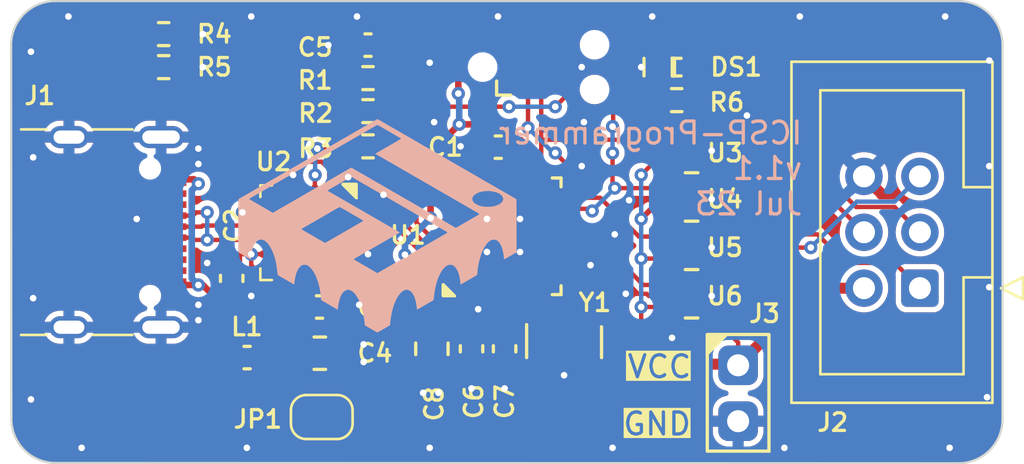
<source format=kicad_pcb>
(kicad_pcb (version 20221018) (generator pcbnew)
  (layers (0 "F.Cu" signal) (31 "B.Cu" signal) (34 "B.Paste" user) (35 "F.Paste" user) (36 "B.SilkS" user "B.Silkscreen") (37 "F.SilkS" user "F.Silkscreen") (38 "B.Mask" user) (39 "F.Mask" user) (44 "Edge.Cuts" user))
  (net 0 "")
  (net 1 "+5V")
  (net 2 "GND")
  (net 3 "+3.3V")
  (net 4 "/MCU/ICSP_NRST")
  (net 5 "Net-(DS1-A)")
  (net 6 "Net-(J1-VBUS-PadA4)")
  (net 7 "Net-(J1-CC1)")
  (net 8 "/USB/USB_DP")
  (net 9 "/USB/USB_DM")
  (net 11 "Net-(J1-CC2)")
  (net 13 "/Target/TARGET_MISO")
  (net 14 "/Target/TARGET_VCC")
  (net 15 "/Target/TARGET_SCK")
  (net 16 "/Target/TARGET_MOSI")
  (net 17 "/Target/TARGET_NRST")
  (net 18 "/MCU/ICSP_MISO")
  (net 19 "/MCU/ICSP_SCK")
  (net 20 "/MCU/ICSP_MOSI")
  (net 21 "Net-(U2-TXD)")
  (net 22 "/MCU/RX")
  (net 23 "/MCU/TX")
  (net 24 "Net-(U2-RXD)")
  (net 27 "Net-(U1-PB7{slash}XTAL1)")
  (net 28 "Net-(U1-PB7{slash}XTAL2)")
  (net 34 "/MCU/TARGET_NRST")
  (footprint "J_Connector:Pins-2.54-1x2" (layer "F.Cu") (at 133 118.55)
    (fp_text reference "J3")
    (fp_text value "Pins_2.54_1x2" hide)
  )
  (footprint "U_IC:SOT563" (layer "F.Cu") (at 130.2 111 180)
    (fp_text reference "U4")
    (fp_text value "74LVC1T45Z6" hide)
  )
  (footprint "L_Inductor:FB_0603" (layer "F.Cu") (at 110.7125 118.2)
    (fp_text reference "L1")
    (fp_text value "600R" hide)
  )
  (footprint "C_Capacitor:C_0603" (layer "F.Cu") (at 120.9 117.8 -90)
    (fp_text reference "C6")
    (fp_text value "100n" hide)
  )
  (footprint "C_Capacitor:C_0805" (layer "F.Cu") (at 114.0125 118)
    (fp_text reference "C4")
    (fp_text value "10u" hide)
  )
  (footprint "U_IC:SOT563" (layer "F.Cu") (at 130.2 115.4 180)
    (fp_text reference "U6")
    (fp_text value "74LVC1T45Z6" hide)
  )
  (footprint "R_Resistor:R_0603" (layer "F.Cu") (at 106.925 105)
    (fp_text reference "R5")
    (fp_text value "5K1" hide)
  )
  (footprint "C_Capacitor:C_0603" (layer "F.Cu") (at 114 115.9)
    (fp_text reference "C3")
    (fp_text value "100n" hide)
  )
  (footprint "U_IC:SOT563" (layer "F.Cu") (at 130.2 108.8 180)
    (fp_text reference "U3")
    (fp_text value "74LVC1T45Z6" hide)
  )
  (footprint "N_NonPart:TagConnect_TC2030_NL" (layer "F.Cu") (at 123.9425 105)
    (fp_text reference "N1" hide)
    (fp_text value "TC2030_NL_SWD" hide)
  )
  (footprint "C_Capacitor:C_0603" (layer "F.Cu") (at 122.4 117.8 -90)
    (fp_text reference "C7")
    (fp_text value "100n" hide)
  )
  (footprint "R_Resistor:R_0603" (layer "F.Cu") (at 116.2 105.5)
    (fp_text reference "R1")
    (fp_text value "10K" hide)
  )
  (footprint "R_Resistor:R_0603" (layer "F.Cu") (at 130.2125 106.5)
    (fp_text reference "R6")
    (fp_text value "470R" hide)
  )
  (footprint "C_Capacitor:C_0805" (layer "F.Cu") (at 119.1 117.8 -90)
    (fp_text reference "C8")
    (fp_text value "10u" hide)
  )
  (footprint "DS_LED:DS_0603" (layer "F.Cu") (at 130.2125 105)
    (fp_text reference "DS1")
    (fp_text value "LED_GRN" hide)
  )
  (footprint "Jumper:SolderJumper-2_P1.3mm_Open_RoundedPad1.0x1.5mm" (layer "F.Cu") (at 114.1 120.9)
    (fp_text reference "JP1")
    (fp_text value "SolderJumper2" hide)
  )
  (footprint "U_IC:QFN32_05_5x5_EP" (layer "F.Cu") (at 122.3125 112.6875 90)
    (fp_text reference "U1")
    (fp_text value "ATMEGA8A-MU" hide)
  )
  (footprint "C_Capacitor:C_0603" (layer "F.Cu") (at 116.2 104 180)
    (fp_text reference "C5")
    (fp_text value "100n" hide)
  )
  (footprint "J_Connector:USB_C_USB4105-GF-A-060" (layer "F.Cu") (at 103.7 112.5 -90)
    (fp_text reference "J1")
    (fp_text value "USB4105-GF-A-060" hide)
  )
  (footprint "C_Capacitor:C_0603" (layer "F.Cu") (at 110.0125 114.6 -90)
    (fp_text reference "C2")
    (fp_text value "100n" hide)
  )
  (footprint "R_Resistor:R_0603" (layer "F.Cu") (at 116.2 108.6 180)
    (fp_text reference "R3")
    (fp_text value "1K" hide)
  )
  (footprint "C_Capacitor:C_0603" (layer "F.Cu") (at 122.1125 108.6375 180)
    (fp_text reference "C1")
    (fp_text value "100n" hide)
  )
  (footprint "Connector_IDC:IDC-Header_2x03_P2.54mm_Vertical" (layer "F.Cu") (at 141.2525 115.045 180)
    (fp_text reference "J2")
    (fp_text value "61200621621" hide)
  )
  (footprint "R_Resistor:R_0603" (layer "F.Cu") (at 116.2 107)
    (fp_text reference "R2")
    (fp_text value "1K" hide)
  )
  (footprint "Y_Oscillator:Oscillator_SMD3_3.2x1.3" (layer "F.Cu") (at 125.1 117.5)
    (fp_text reference "Y1")
    (fp_text value "CSTNE16M0V530000R0" hide)
  )
  (footprint "U_IC:QFN16_065_4x4_EP" (layer "F.Cu") (at 113.4625 112.525 -90)
    (fp_text reference "U2")
    (fp_text value "FT230XQ" hide)
  )
  (footprint "U_IC:SOT563" (layer "F.Cu") (at 130.2 113.2 180)
    (fp_text reference "U5")
    (fp_text value "74LVC1T45Z6" hide)
  )
  (footprint "R_Resistor:R_0603" (layer "F.Cu") (at 106.925 103.5)
    (fp_text reference "R4")
    (fp_text value "5K1" hide)
  )
  (footprint "N_NonPart:TL_Embedded_10mm" (layer "B.Cu") (at 116.6 112.2 180)
    (fp_text reference "~" hide)
    (fp_text value "TL_Embedded" hide)
  )
  (gr_line (start 102 102) (end 143 102) (stroke (width 0.1)) (layer "Edge.Cuts"))
  (gr_arc (start 102.014214 122.985786) (mid 100.6 122.4) (end 100.014214 120.985786) (stroke (width 0.1)) (layer "Edge.Cuts"))
  (gr_arc (start 143 102) (mid 144.414214 102.585786) (end 145 104) (stroke (width 0.1)) (layer "Edge.Cuts"))
  (gr_line (start 100.014214 120.985786) (end 100 104) (stroke (width 0.1)) (layer "Edge.Cuts"))
  (gr_arc (start 145 121) (mid 144.414214 122.414214) (end 143 123) (stroke (width 0.1)) (layer "Edge.Cuts"))
  (gr_line (start 143 123) (end 102.014214 122.985786) (stroke (width 0.1)) (layer "Edge.Cuts"))
  (gr_line (start 145 104) (end 145 121) (stroke (width 0.1)) (layer "Edge.Cuts"))
  (gr_arc (start 100 104) (mid 100.585786 102.585786) (end 102 102) (stroke (width 0.1)) (layer "Edge.Cuts"))
  (gr_text "ICSP-Programmer\nv1.1\nJul 23" (at 136 111.8) (layer "B.SilkS") (effects (font (size 1 1)) (justify left bottom mirror)))
  (gr_text "VCC" (at 127.9 119.2) (layer "F.SilkS" knockout) (effects (font (size 1 1)) (justify left bottom)))
  (gr_text "GND" (at 127.7 121.8) (layer "F.SilkS" knockout) (effects (font (size 1 1)) (justify left bottom)))
  (segment (start 129.45 109.3) (end 129.2005 109.3) (width 0.2) (layer "F.Cu") (net 1))
  (segment (start 129.2005 109.3) (end 128.6 109.9005) (width 0.2) (layer "F.Cu") (net 1))
  (segment (start 123.45 118.075) (end 122.4 117.025) (width 0.2) (layer "F.Cu") (net 1))
  (segment (start 113.0625 118) (end 113.0625 116.7) (width 0.5) (layer "F.Cu") (net 1))
  (segment (start 129.45 111.5) (end 128.999901 111.5) (width 0.25) (layer "F.Cu") (net 1))
  (segment (start 122.5625 110.2875) (end 122.5625 108.9625) (width 0.2) (layer "F.Cu") (net 1))
  (segment (start 128.6 115.9) (end 128.6 117) (width 0.2) (layer "F.Cu") (net 1))
  (segment (start 113.0625 118) (end 113.0625 120.5125) (width 0.5) (layer "F.Cu") (net 1))
  (segment (start 117.8 116.825) (end 119.075 116.825) (width 0.5) (layer "F.Cu") (net 1))
  (segment (start 113.0625 116.7) (end 113.1875 116.825) (width 0.5) (layer "F.Cu") (net 1))
  (segment (start 122.1075 103.8) (end 122.6725 104.365) (width 0.3) (layer "F.Cu") (net 1))
  (segment (start 119.039597 111.860403) (end 119.039597 108.899742) (width 0.3) (layer "F.Cu") (net 1))
  (segment (start 119.5 103) (end 116.6 103) (width 0.2) (layer "F.Cu") (net 1))
  (segment (start 123.0625 116.3625) (end 122.4 117.025) (width 0.2) (layer "F.Cu") (net 1))
  (segment (start 116.225 103.375) (end 116.225 104.65) (width 0.2) (layer "F.Cu") (net 1))
  (segment (start 123.0625 115.0875) (end 123.0625 116.3625) (width 0.2) (layer "F.Cu") (net 1))
  (segment (start 117.876089 116.748911) (end 117.876089 113.676089) (width 0.3) (layer "F.Cu") (net 1))
  (segment (start 113.0625 116.7) (end 113.0625 116.275) (width 0.5) (layer "F.Cu") (net 1))
  (segment (start 116.225 104.65) (end 115.375 105.5) (width 0.2) (layer "F.Cu") (net 1))
  (segment (start 124.505025 119.55) (end 123.45 118.494975) (width 0.2) (layer "F.Cu") (net 1))
  (segment (start 128.6 115.9) (end 129.45 115.9) (width 0.2) (layer "F.Cu") (net 1))
  (segment (start 128.999901 111.5) (end 128.599901 111.9) (width 0.25) (layer "F.Cu") (net 1))
  (segment (start 129.45 113.7) (end 129.45 113.2) (width 0.2) (layer "F.Cu") (net 1))
  (segment (start 126.05 119.55) (end 124.505025 119.55) (width 0.2) (layer "F.Cu") (net 1))
  (segment (start 123.5625 109.3125) (end 122.8875 108.6375) (width 0.2) (layer "F.Cu") (net 1))
  (segment (start 119.039597 108.899742) (end 120.339339 107.6) (width 0.3) (layer "F.Cu") (net 1))
  (segment (start 122.4 117.025) (end 119.275 117.025) (width 0.5) (layer "F.Cu") (net 1))
  (segment (start 113.1875 116.825) (end 117.8 116.825) (width 0.5) (layer "F.Cu") (net 1))
  (segment (start 116.6 103) (end 116.225 103.375) (width 0.2) (layer "F.Cu") (net 1))
  (segment (start 119.275 117.025) (end 119.1 116.85) (width 0.2) (layer "F.Cu") (net 1))
  (segment (start 120.339339 107.6) (end 121.85 107.6) (width 0.3) (layer "F.Cu") (net 1))
  (segment (start 123.45 118.494975) (end 123.45 118.075) (width 0.2) (layer "F.Cu") (net 1))
  (segment (start 128.6 117) (end 126.05 119.55) (width 0.2) (layer "F.Cu") (net 1))
  (segment (start 122.5625 108.9625) (end 122.8875 108.6375) (width 0.2) (layer "F.Cu") (net 1))
  (segment (start 120.45 103.95) (end 119.5 103) (width 0.2) (layer "F.Cu") (net 1))
  (segment (start 119.075 116.825) (end 119.1 116.85) (width 0.5) (layer "F.Cu") (net 1))
  (segment (start 117.8 116.825) (end 117.876089 116.748911) (width 0.3) (layer "F.Cu") (net 1))
  (segment (start 122.0625 115.0875) (end 122.0625 116.6875) (width 0.2) (layer "F.Cu") (net 1))
  (segment (start 120.3 104.1) (end 120.3 106.2) (width 0.3) (layer "F.Cu") (net 1))
  (segment (start 121.85 107.6) (end 122.8875 108.6375) (width 0.3) (layer "F.Cu") (net 1))
  (segment (start 120.6 103.8) (end 122.1075 103.8) (width 0.3) (layer "F.Cu") (net 1))
  (segment (start 111.4875 118.2) (end 112.8625 118.2) (width 0.5) (layer "F.Cu") (net 1))
  (segment (start 120.3 104.1) (end 120.6 103.8) (width 0.3) (layer "F.Cu") (net 1))
  (segment (start 123.5625 110.2875) (end 123.5625 109.3125) (width 0.2) (layer "F.Cu") (net 1))
  (segment (start 113.1375 114.375) (end 113.1375 116) (width 0.2) (layer "F.Cu") (net 1))
  (segment (start 128.599901 113.7) (end 129.45 113.7) (width 0.2) (layer "F.Cu") (net 1))
  (segment (start 113.0625 120.5125) (end 113.45 120.9) (width 0.5) (layer "F.Cu") (net 1))
  (via (at 128.6 109.9005) (size 0.6) (drill 0.3) (layers "F.Cu" "B.Cu") (net 1))
  (via (at 119.039597 111.860403) (size 0.6) (drill 0.3) (layers "F.Cu" "B.Cu") (net 1))
  (via (at 120.339339 107.6) (size 0.6) (drill 0.3) (layers "F.Cu" "B.Cu") (net 1))
  (via (at 117.876089 113.523911) (size 0.6) (drill 0.3) (layers "F.Cu" "B.Cu") (net 1))
  (via (at 120.3 106.2) (size 0.6) (drill 0.3) (layers "F.Cu" "B.Cu") (net 1))
  (via (at 128.6 115.9) (size 0.6) (drill 0.3) (layers "F.Cu" "B.Cu") (net 1))
  (via (at 128.599901 111.9) (size 0.6) (drill 0.3) (layers "F.Cu" "B.Cu") (net 1))
  (via (at 128.599901 113.7) (size 0.6) (drill 0.3) (layers "F.Cu" "B.Cu") (net 1))
  (segment (start 128.6 111.899901) (end 128.6 109.9005) (width 0.2) (layer "B.Cu") (net 1))
  (segment (start 128.599901 111.9) (end 128.6 111.899901) (width 0.2) (layer "B.Cu") (net 1))
  (segment (start 117.876089 113.023911) (end 119.039597 111.860403) (width 0.3) (layer "B.Cu") (net 1))
  (segment (start 117.876089 113.523911) (end 117.876089 113.023911) (width 0.3) (layer "B.Cu") (net 1))
  (segment (start 128.599901 111.9) (end 128.599901 113.7) (width 0.2) (layer "B.Cu") (net 1))
  (segment (start 120.339339 107.6) (end 120.339339 106.239339) (width 0.3) (layer "B.Cu") (net 1))
  (segment (start 120.339339 106.239339) (end 120.3 106.2) (width 0.5) (layer "B.Cu") (net 1))
  (segment (start 128.599901 113.7) (end 128.599901 115.899901) (width 0.2) (layer "B.Cu") (net 1))
  (segment (start 128.599901 115.899901) (end 128.6 115.9) (width 0.2) (layer "B.Cu") (net 1))
  (segment (start 122.0625 111.3125) (end 121.5 111.875) (width 0.2) (layer "F.Cu") (net 2))
  (segment (start 129.45 115.4) (end 128.948529 115.4) (width 0.2) (layer "F.Cu") (net 2))
  (segment (start 128.948529 115.4) (end 128.848529 115.3) (width 0.2) (layer "F.Cu") (net 2))
  (segment (start 128.1 111) (end 129.45 111) (width 0.25) (layer "F.Cu") (net 2))
  (segment (start 128.848529 115.3) (end 127.9 115.3) (width 0.2) (layer "F.Cu") (net 2))
  (segment (start 121.6 113.4) (end 121.5625 113.5625) (width 0.2) (layer "F.Cu") (net 2))
  (segment (start 121.5625 115.0875) (end 121.6 113.4) (width 0.2) (layer "F.Cu") (net 2))
  (segment (start 122.5625 115.0875) (end 122.5625 114.0625) (width 0.2) (layer "F.Cu") (net 2))
  (segment (start 115.3125 113.5) (end 114.4375 113.5) (width 0.2) (layer "F.Cu") (net 2))
  (segment (start 130.95 115.4) (end 131.8 115.4) (width 0.2) (layer "F.Cu") (net 2))
  (segment (start 130.95 111) (end 131.8 111) (width 0.2) (layer "F.Cu") (net 2))
  (segment (start 122.0625 110.2875) (end 122.0625 111.3125) (width 0.2) (layer "F.Cu") (net 2))
  (segment (start 130.95 113.2) (end 131.8 113.2) (width 0.2) (layer "F.Cu") (net 2))
  (segment (start 114.4375 113.5) (end 114.0125 113.075) (width 0.2) (layer "F.Cu") (net 2))
  (segment (start 113.1375 111.75) (end 112.9125 111.975) (width 0.2) (layer "F.Cu") (net 2))
  (segment (start 129.45 108.8) (end 130.95 108.8) (width 0.2) (layer "F.Cu") (net 2))
  (segment (start 121.2 116) (end 121.5625 115.6375) (width 0.2) (layer "F.Cu") (net 2))
  (segment (start 128.0505 111.0495) (end 128.1 111) (width 0.25) (layer "F.Cu") (net 2))
  (segment (start 121.5625 115.6375) (end 121.5625 115.0875) (width 0.2) (layer "F.Cu") (net 2))
  (segment (start 130.95 108.8) (end 131.8 108.8) (width 0.2) (layer "F.Cu") (net 2))
  (segment (start 113.1375 110.675) (end 113.1375 111.75) (width 0.2) (layer "F.Cu") (net 2))
  (via (at 101 115.5) (size 0.6) (drill 0.3) (layers "F.Cu" "B.Cu") (net 2))
  (via (at 122.4 119.6) (size 0.6) (drill 0.3) (layers "F.Cu" "B.Cu") (net 2))
  (via (at 110.9 115.4) (size 0.6) (drill 0.3) (layers "F.Cu" "B.Cu") (net 2))
  (via (at 144.4 104.7) (size 0.6) (drill 0.3) (layers "F.Cu" "B.Cu") (net 2))
  (via (at 131.8 108.8) (size 0.6) (drill 0.3) (layers "F.Cu" "B.Cu") (net 2))
  (via (at 100.9 120.1) (size 0.6) (drill 0.3) (layers "F.Cu" "B.Cu") (net 2))
  (via (at 114.4 104) (size 0.6) (drill 0.3) (layers "F.Cu" "B.Cu") (net 2))
  (via (at 123.1 111.9) (size 0.6) (drill 0.3) (layers "F.Cu" "B.Cu") (net 2))
  (via (at 103.2 122.3) (size 0.6) (drill 0.3) (layers "F.Cu" "B.Cu") (net 2))
  (via (at 115.8 115.8) (size 0.6) (drill 0.3) (layers "F.Cu" "B.Cu") (net 2))
  (via (at 116.2 113.5) (size 0.6) (drill 0.3) (layers "F.Cu" "B.Cu") (net 2))
  (via (at 116.9 110.8) (size 0.6) (drill 0.3) (layers "F.Cu" "B.Cu") (net 2))
  (via (at 116 117.6) (size 0.6) (drill 0.3) (layers "F.Cu" "B.Cu") (net 2))
  (via (at 108.7 105) (size 0.6) (drill 0.3) (layers "F.Cu" "B.Cu") (net 2))
  (via (at 127.4 112.6) (size 0.6) (drill 0.3) (layers "F.Cu" "B.Cu") (net 2))
  (via (at 118.7 119.8) (size 0.6) (drill 0.3) (layers "F.Cu" "B.Cu") (net 2))
  (via (at 135.1 122.3) (size 0.6) (drill 0.3) (layers "F.Cu" "B.Cu") (net 2))
  (via (at 144.4 115) (size 0.6) (drill 0.3) (layers "F.Cu" "B.Cu") (net 2))
  (via (at 130 117.3) (size 0.6) (drill 0.3) (layers "F.Cu" "B.Cu") (net 2))
  (via (at 108.5 109.4) (size 0.6) (drill 0.3) (layers "F.Cu" "B.Cu") (net 2))
  (via (at 121.2 116) (size 0.6) (drill 0.3) (layers "F.Cu" "B.Cu") (net 2))
  (via (at 121.6 113.4) (size 0.6) (drill 0.3) (layers "F.Cu" "B.Cu") (net 2))
  (via (at 110.7 122.3) (size 0.6) (drill 0.3) (layers "F.Cu" "B.Cu") (net 2))
  (via (at 120.9 119.6) (size 0.6) (drill 0.3) (layers "F.Cu" "B.Cu") (net 2))
  (via (at 133.4 107.2) (size 0.6) (drill 0.3) (layers "F.Cu" "B.Cu") (net 2))
  (via (at 110.9 102.7) (size 0.6) (drill 0.3) (layers "F.Cu" "B.Cu") (net 2))
  (via (at 119 122.3) (size 0.6) (drill 0.3) (layers "F.Cu" "B.Cu") (net 2))
  (via (at 123.1 113.4) (size 0.6) (drill 0.3) (layers "F.Cu" "B.Cu") (net 2))
  (via (at 129.1 102.7) (size 0.6) (drill 0.3) (layers "F.Cu" "B.Cu") (net 2))
  (via (at 115.7 102.7) (size 0.6) (drill 0.3) (layers "F.Cu" "B.Cu") (net 2))
  (via (at 142.4 102.7) (size 0.6) (drill 0.3) (layers "F.Cu" "B.Cu") (net 2))
  (via (at 144.4 109.5) (size 0.6) (drill 0.3) (layers "F.Cu" "B.Cu") (net 2))
  (via (at 127.3 122.3) (size 0.6) (drill 0.3) (layers "F.Cu" "B.Cu") (net 2))
  (via (at 131.8 113.2) (size 0.6) (drill 0.3) (layers "F.Cu" "B.Cu") (net 2))
  (via (at 119 104.8) (size 0.6) (drill 0.3) (layers "F.Cu" "B.Cu") (net 2))
  (via (at 100.9 104.3) (size 0.6) (drill 0.3) (layers "F.Cu" "B.Cu") (net 2))
  (via (at 108.7 103.5) (size 0.6) (drill 0.3) (layers "F.Cu" "B.Cu") (net 2))
  (via (at 144.3 120) (size 0.6) (drill 0.3) (layers "F.Cu" "B.Cu") (net 2))
  (via (at 125.9 105) (size 0.6) (drill 0.3) (layers "F.Cu" "B.Cu") (net 2))
  (via (at 101 109.1) (size 0.6) (drill 0.3) (layers "F.Cu" "B.Cu") (net 2))
  (via (at 115.3 110) (size 0.6) (drill 0.3) (layers "F.Cu" "B.Cu") (net 2))
  (via (at 128.0505 111.0495) (size 0.6) (drill 0.3) (layers "F.Cu" "B.Cu") (net 2))
  (via (at 126.3 114) (size 0.6) (drill 0.3) (layers "F.Cu" "B.Cu") (net 2))
  (via (at 119.2 107.5) (size 0.6) (drill 0.3) (layers "F.Cu" "B.Cu") (net 2))
  (via (at 105.7 111.9) (size 0.6) (drill 0.3) (layers "F.Cu" "B.Cu") (net 2))
  (via (at 125.9 109.5) (size 0.6) (drill 0.3) (layers "F.Cu" "B.Cu") (net 2))
  (via (at 135.8 102.7) (size 0.6) (drill 0.3) (layers "F.Cu" "B.Cu") (net 2))
  (via (at 126 107.5) (size 0.6) (drill 0.3) (layers "F.Cu" "B.Cu") (net 2))
  (via (at 120.4 108.6) (size 0.6) (drill 0.3) (layers "F.Cu" "B.Cu") (net 2))
  (via (at 131.8 115.4) (size 0.6) (drill 0.3) (layers "F.Cu" "B.Cu") (net 2))
  (via (at 127.9 115.3) (size 0.6) (drill 0.3) (layers "F.Cu" "B.Cu") (net 2))
  (via (at 119.4 119.8) (size 0.6) (drill 0.3) (layers "F.Cu" "B.Cu") (net 2))
  (via (at 142.6 122.3) (size 0.6) (drill 0.3) (layers "F.Cu" "B.Cu") (net 2))
  (via (at 121.6 111.9) (size 0.6) (drill 0.3) (layers "F.Cu" "B.Cu") (net 2))
  (via (at 108.9 113.9) (size 0.6) (drill 0.3) (layers "F.Cu" "B.Cu") (net 2))
  (via (at 116 118.4) (size 0.6) (drill 0.3) (layers "F.Cu" "B.Cu") (net 2))
  (via (at 128.6 105) (size 0.6) (drill 0.3) (layers "F.Cu" "B.Cu") (net 2))
  (via (at 108.5 115.8) (size 0.6) (drill 0.3) (layers "F.Cu" "B.Cu") (net 2))
  (via (at 122.1 102.7) (size 0.6) (drill 0.3) (layers "F.Cu" "B.Cu") (net 2))
  (via (at 131.8 111) (size 0.6) (drill 0.3) (layers "F.Cu" "B.Cu") (net 2))
  (via (at 108.5 116.5) (size 0.6) (drill 0.3) (layers "F.Cu" "B.Cu") (net 2))
  (via (at 112.8 109.9) (size 0.6) (drill 0.3) (layers "F.Cu" "B.Cu") (net 2))
  (via (at 102.6 102.7) (size 0.6) (drill 0.3) (layers "F.Cu" "B.Cu") (net 2))
  (via (at 108.5 108.7) (size 0.6) (drill 0.3) (layers "F.Cu" "B.Cu") (net 2))
  (via (at 125.1 119) (size 0.6) (drill 0.3) (layers "F.Cu" "B.Cu") (net 2))
  (segment (start 111.9 109.3) (end 110.5 110.7) (width 0.2) (layer "F.Cu") (net 3))
  (segment (start 114.4375 109.6375) (end 114.1 109.3) (width 0.2) (layer "F.Cu") (net 3))
  (segment (start 110.9 113.5) (end 110.3375 113.5) (width 0.2) (layer "F.Cu") (net 3))
  (segment (start 114.1 109.3) (end 111.9 109.3) (width 0.2) (layer "F.Cu") (net 3))
  (segment (start 110.9 113.5) (end 110.9 114) (width 0.2) (layer "F.Cu") (net 3))
  (segment (start 111.275 114.375) (end 112.4875 114.375) (width 0.2) (layer "F.Cu") (net 3))
  (segment (start 111.6125 113.5) (end 110.9 113.5) (width 0.2) (layer "F.Cu") (net 3))
  (segment (start 114.4375 110.675) (end 114.4375 109.6375) (width 0.2) (layer "F.Cu") (net 3))
  (segment (start 110.3375 113.5) (end 110.0125 113.825) (width 0.2) (layer "F.Cu") (net 3))
  (segment (start 110.9 114) (end 111.275 114.375) (width 0.2) (layer "F.Cu") (net 3))
  (segment (start 110.5 110.7) (end 110.5 111.6) (width 0.2) (layer "F.Cu") (net 3))
  (via (at 110.9 113.5) (size 0.6) (drill 0.3) (layers "F.Cu" "B.Cu") (net 3))
  (via (at 110.5 111.6) (size 0.6) (drill 0.3) (layers "F.Cu" "B.Cu") (net 3))
  (segment (start 110.5 111.6) (end 110.5 113.1) (width 0.2) (layer "B.Cu") (net 3))
  (segment (start 110.5 113.1) (end 110.9 113.5) (width 0.2) (layer "B.Cu") (net 3))
  (segment (start 116.975 104) (end 116.975 105.45) (width 0.2) (layer "F.Cu") (net 4))
  (segment (start 116.975 105.45) (end 117.025 105.5) (width 0.2) (layer "F.Cu") (net 4))
  (segment (start 118.4 106.8) (end 117.1 105.5) (width 0.2) (layer "F.Cu") (net 4))
  (segment (start 119.268872 112.9375) (end 118.4 112.068628) (width 0.2) (layer "F.Cu") (net 4))
  (segment (start 125.2125 106.2875) (end 124.7 106.8) (width 0.2) (layer "F.Cu") (net 4))
  (segment (start 117.1 105.5) (end 117.025 105.5) (width 0.2) (layer "F.Cu") (net 4))
  (segment (start 122.6 106.8) (end 118.4 106.8) (width 0.2) (layer "F.Cu") (net 4))
  (segment (start 125.2125 105.635) (end 125.2125 106.2875) (width 0.2) (layer "F.Cu") (net 4))
  (segment (start 119.9125 112.9375) (end 119.268872 112.9375) (width 0.2) (layer "F.Cu") (net 4))
  (segment (start 118.4 112.068628) (end 118.4 106.8) (width 0.2) (layer "F.Cu") (net 4))
  (via (at 124.7 106.8) (size 0.6) (drill 0.3) (layers "F.Cu" "B.Cu") (net 4))
  (via (at 122.6 106.8) (size 0.6) (drill 0.3) (layers "F.Cu" "B.Cu") (net 4))
  (segment (start 124.7 106.8) (end 122.6 106.8) (width 0.2) (layer "B.Cu") (net 4))
  (segment (start 131.0375 105.0375) (end 131 105) (width 0.2) (layer "F.Cu") (net 5))
  (segment (start 131.0375 106.5) (end 131.0375 105.0375) (width 0.2) (layer "F.Cu") (net 5))
  (segment (start 109.15 115.35) (end 108.7 114.9) (width 0.3) (layer "F.Cu") (net 6))
  (segment (start 108.7 114.9) (end 108.5 114.9) (width 0.3) (layer "F.Cu") (net 6))
  (segment (start 109.9375 118.2) (end 109.15 117.4125) (width 0.3) (layer "F.Cu") (net 6))
  (segment (start 108.5 114.9) (end 107.38 114.9) (width 0.3) (layer "F.Cu") (net 6))
  (segment (start 107.38 110.1) (end 108.3 110.1) (width 0.3) (layer "F.Cu") (net 6))
  (segment (start 108.3 110.1) (end 108.5 110.3) (width 0.3) (layer "F.Cu") (net 6))
  (segment (start 109.15 117.4125) (end 109.15 115.35) (width 0.3) (layer "F.Cu") (net 6))
  (via (at 108.5 110.3) (size 0.6) (drill 0.3) (layers "F.Cu" "B.Cu") (net 6))
  (via (at 108.5 114.9) (size 0.6) (drill 0.3) (layers "F.Cu" "B.Cu") (net 6))
  (segment (start 108.5 110.3) (end 108.2 110.6) (width 0.3) (layer "B.Cu") (net 6))
  (segment (start 108.2 114.6) (end 108.5 114.9) (width 0.3) (layer "B.Cu") (net 6))
  (segment (start 108.2 110.6) (end 108.2 114.6) (width 0.3) (layer "B.Cu") (net 6))
  (segment (start 105.2 105.9) (end 106.1 105) (width 0.2) (layer "F.Cu") (net 7))
  (segment (start 105.2 109.895) (end 105.2 105.9) (width 0.2) (layer "F.Cu") (net 7))
  (segment (start 106.555 111.25) (end 105.2 109.895) (width 0.2) (layer "F.Cu") (net 7))
  (segment (start 107.38 111.25) (end 106.555 111.25) (width 0.2) (layer "F.Cu") (net 7))
  (segment (start 106.555 113.25) (end 106.4 113.095) (width 0.2) (layer "F.Cu") (net 8))
  (segment (start 106.4 113.095) (end 106.4 112.405) (width 0.2) (layer "F.Cu") (net 8))
  (segment (start 111.6125 112.2) (end 108.7 112.2) (width 0.2) (layer "F.Cu") (net 8))
  (segment (start 108.65 112.25) (end 107.38 112.25) (width 0.2) (layer "F.Cu") (net 8))
  (segment (start 106.555 112.25) (end 107.38 112.25) (width 0.2) (layer "F.Cu") (net 8))
  (segment (start 108.7 112.2) (end 108.65 112.25) (width 0.2) (layer "F.Cu") (net 8))
  (segment (start 106.4 112.405) (end 106.555 112.25) (width 0.2) (layer "F.Cu") (net 8))
  (segment (start 107.38 113.25) (end 106.555 113.25) (width 0.2) (layer "F.Cu") (net 8))
  (segment (start 108.4 111.6) (end 108.25 111.75) (width 0.2) (layer "F.Cu") (net 9))
  (segment (start 108.205 112.85) (end 108.9 112.85) (width 0.2) (layer "F.Cu") (net 9))
  (segment (start 108.25 111.75) (end 107.38 111.75) (width 0.2) (layer "F.Cu") (net 9))
  (segment (start 107.38 112.75) (end 108.105 112.75) (width 0.2) (layer "F.Cu") (net 9))
  (segment (start 108.9 111.6) (end 108.4 111.6) (width 0.2) (layer "F.Cu") (net 9))
  (segment (start 108.105 112.75) (end 108.205 112.85) (width 0.2) (layer "F.Cu") (net 9))
  (segment (start 108.9 112.85) (end 111.6125 112.85) (width 0.2) (layer "F.Cu") (net 9))
  (via (at 108.9 112.85) (size 0.6) (drill 0.3) (layers "F.Cu" "B.Cu") (net 9))
  (via (at 108.9 111.6) (size 0.6) (drill 0.3) (layers "F.Cu" "B.Cu") (net 9))
  (segment (start 108.9 111.6) (end 108.9 112.85) (width 0.2) (layer "B.Cu") (net 9))
  (segment (start 107.38 114.25) (end 106.555 114.25) (width 0.2) (layer "F.Cu") (net 11))
  (segment (start 106.555 114.25) (end 104.8 112.495) (width 0.2) (layer "F.Cu") (net 11))
  (segment (start 104.8 104.8) (end 106.1 103.5) (width 0.2) (layer "F.Cu") (net 11))
  (segment (start 104.8 112.495) (end 104.8 104.8) (width 0.2) (layer "F.Cu") (net 11))
  (segment (start 140.1025 113.895) (end 141.2525 115.045) (width 0.2) (layer "F.Cu") (net 13))
  (segment (start 131.551471 112.6) (end 136.6 112.6) (width 0.2) (layer "F.Cu") (net 13))
  (segment (start 136.6 112.6) (end 137.895 113.895) (width 0.2) (layer "F.Cu") (net 13))
  (segment (start 131.451471 112.7) (end 131.551471 112.6) (width 0.2) (layer "F.Cu") (net 13))
  (segment (start 137.895 113.895) (end 140.1025 113.895) (width 0.2) (layer "F.Cu") (net 13))
  (segment (start 130.95 112.7) (end 131.451471 112.7) (width 0.2) (layer "F.Cu") (net 13))
  (segment (start 130.65532 115.9) (end 130.3 115.54468) (width 0.2) (layer "F.Cu") (net 14))
  (segment (start 136.505 115.045) (end 138.7125 115.045) (width 0.5) (layer "F.Cu") (net 14))
  (segment (start 128 118.5) (end 125.6 120.9) (width 0.5) (layer "F.Cu") (net 14))
  (segment (start 133 118.55) (end 134.075 117.475) (width 0.5) (layer "F.Cu") (net 14))
  (segment (start 130.95 113.7) (end 130.3 113.7) (width 0.2) (layer "F.Cu") (net 14))
  (segment (start 130.95 111.5) (end 130.3 111.5) (width 0.2) (layer "F.Cu") (net 14))
  (segment (start 133 117.5125) (end 133 118.55) (width 0.2) (layer "F.Cu") (net 14))
  (segment (start 130.95 115.9) (end 131.3875 115.9) (width 0.2) (layer "F.Cu") (net 14))
  (segment (start 130.3 115.54468) (end 130.3 113.7) (width 0.2) (layer "F.Cu") (net 14))
  (segment (start 130.3 113.7) (end 130.3 111.5) (width 0.2) (layer "F.Cu") (net 14))
  (segment (start 134.075 117.475) (end 136.505 115.045) (width 0.5) (layer "F.Cu") (net 14))
  (segment (start 125.6 120.9) (end 114.75 120.9) (width 0.5) (layer "F.Cu") (net 14))
  (segment (start 134.075 117.475) (end 133.05 118.5) (width 0.5) (layer "F.Cu") (net 14))
  (segment (start 130.95 115.9) (end 130.65532 115.9) (width 0.2) (layer "F.Cu") (net 14))
  (segment (start 130.5 109.3) (end 130.95 109.3) (width 0.2) (layer "F.Cu") (net 14))
  (segment (start 130.3 109.5) (end 130.5 109.3) (width 0.2) (layer "F.Cu") (net 14))
  (segment (start 130.3 111.5) (end 130.3 109.5) (width 0.2) (layer "F.Cu") (net 14))
  (segment (start 131.3875 115.9) (end 133 117.5125) (width 0.2) (layer "F.Cu") (net 14))
  (segment (start 133.05 118.5) (end 128 118.5) (width 0.5) (layer "F.Cu") (net 14))
  (segment (start 135.2 108.2) (end 138.355 111.355) (width 0.2) (layer "F.Cu") (net 15))
  (segment (start 131.4 108.3) (end 130.95 108.3) (width 0.2) (layer "F.Cu") (net 15))
  (segment (start 140.1025 111.355) (end 141.2525 112.505) (width 0.2) (layer "F.Cu") (net 15))
  (segment (start 138.355 111.355) (end 140.1025 111.355) (width 0.2) (layer "F.Cu") (net 15))
  (segment (start 131.5 108.2) (end 135.2 108.2) (width 0.2) (layer "F.Cu") (net 15))
  (segment (start 131.4 108.3) (end 131.5 108.2) (width 0.2) (layer "F.Cu") (net 15))
  (segment (start 131.4 110.5) (end 131.5 110.4) (width 0.2) (layer "F.Cu") (net 16))
  (segment (start 131.5 110.4) (end 136.6075 110.4) (width 0.2) (layer "F.Cu") (net 16))
  (segment (start 131.4 110.5) (end 130.95 110.5) (width 0.2) (layer "F.Cu") (net 16))
  (segment (start 136.6075 110.4) (end 138.7125 112.505) (width 0.2) (layer "F.Cu") (net 16))
  (segment (start 131.451471 114.9) (end 133.151971 113.1995) (width 0.2) (layer "F.Cu") (net 17))
  (segment (start 130.95 114.9) (end 131.451471 114.9) (width 0.2) (layer "F.Cu") (net 17))
  (segment (start 133.151971 113.1995) (end 136.3 113.1995) (width 0.2) (layer "F.Cu") (net 17))
  (via (at 136.3 113.1995) (size 0.6) (drill 0.3) (layers "F.Cu" "B.Cu") (net 17))
  (segment (start 140.1025 111.115) (end 141.2525 109.965) (width 0.2) (layer "B.Cu") (net 17))
  (segment (start 136.3 113.1995) (end 138.3845 111.115) (width 0.2) (layer "B.Cu") (net 17))
  (segment (start 138.3845 111.115) (end 140.1025 111.115) (width 0.2) (layer "B.Cu") (net 17))
  (segment (start 125.3 110.9375) (end 125.3 109.4995) (width 0.2) (layer "F.Cu") (net 18))
  (segment (start 126.7375 110.9375) (end 125.3 110.9375) (width 0.2) (layer "F.Cu") (net 18))
  (segment (start 129.45 112.7) (end 128.5 112.7) (width 0.2) (layer "F.Cu") (net 18))
  (segment (start 125.3 109.4995) (end 124.7 108.8995) (width 0.2) (layer "F.Cu") (net 18))
  (segment (start 123.463 107.753425) (end 123.463 106.4255) (width 0.2) (layer "F.Cu") (net 18))
  (segment (start 125.3 110.9375) (end 124.7125 110.9375) (width 0.2) (layer "F.Cu") (net 18))
  (segment (start 123.463 106.4255) (end 122.6725 105.635) (width 0.2) (layer "F.Cu") (net 18))
  (segment (start 128.5 112.7) (end 126.7375 110.9375) (width 0.2) (layer "F.Cu") (net 18))
  (via (at 124.7 108.8995) (size 0.6) (drill 0.3) (layers "F.Cu" "B.Cu") (net 18))
  (via (at 123.463 107.753425) (size 0.6) (drill 0.3) (layers "F.Cu" "B.Cu") (net 18))
  (segment (start 124.609075 108.8995) (end 123.463 107.753425) (width 0.2) (layer "B.Cu") (net 18))
  (segment (start 124.7 108.8995) (end 124.609075 108.8995) (width 0.2) (layer "B.Cu") (net 18))
  (segment (start 129.45 106.5625) (end 129.3875 106.5) (width 0.2) (layer "F.Cu") (net 19))
  (segment (start 124.0625 108.3) (end 124.0625 109.5375) (width 0.2) (layer "F.Cu") (net 19))
  (segment (start 129.45 108.3) (end 129.45 106.5625) (width 0.2) (layer "F.Cu") (net 19))
  (segment (start 123.9425 105.635) (end 124.0625 105.755) (width 0.2) (layer "F.Cu") (net 19))
  (segment (start 129.45 108.3) (end 124.0625 108.3) (width 0.2) (layer "F.Cu") (net 19))
  (segment (start 124.0625 105.755) (end 124.0625 108.3) (width 0.2) (layer "F.Cu") (net 19))
  (segment (start 124.0625 110.2875) (end 124.0625 109.5375) (width 0.2) (layer "F.Cu") (net 19))
  (segment (start 127.4 110.5) (end 129.45 110.5) (width 0.2) (layer "F.Cu") (net 20))
  (segment (start 126.276589 111.4375) (end 126.376089 111.537) (width 0.2) (layer "F.Cu") (net 20))
  (segment (start 127.3278 103.4278) (end 127.0387 103.1387) (width 0.2) (layer "F.Cu") (net 20))
  (segment (start 127.3 110.4) (end 127.3 108.9) (width 0.2) (layer "F.Cu") (net 20))
  (segment (start 125.1688 103.1387) (end 123.9425 104.365) (width 0.2) (layer "F.Cu") (net 20))
  (segment (start 124.7125 111.4375) (end 126.276589 111.4375) (width 0.2) (layer "F.Cu") (net 20))
  (segment (start 127.3 107.7005) (end 127.3278 107.6727) (width 0.2) (layer "F.Cu") (net 20))
  (segment (start 127.0387 103.1387) (end 125.1688 103.1387) (width 0.2) (layer "F.Cu") (net 20))
  (segment (start 127.4 110.5) (end 127.3 110.4) (width 0.2) (layer "F.Cu") (net 20))
  (segment (start 127.3278 107.6727) (end 127.3278 103.4278) (width 0.2) (layer "F.Cu") (net 20))
  (via (at 127.4 110.5) (size 0.6) (drill 0.3) (layers "F.Cu" "B.Cu") (net 20))
  (via (at 127.3 107.7005) (size 0.6) (drill 0.3) (layers "F.Cu" "B.Cu") (net 20))
  (via (at 126.376089 111.537) (size 0.6) (drill 0.3) (layers "F.Cu" "B.Cu") (net 20))
  (via (at 127.3 108.9) (size 0.6) (drill 0.3) (layers "F.Cu" "B.Cu") (net 20))
  (segment (start 127.4 110.5) (end 126.376089 111.523911) (width 0.2) (layer "B.Cu") (net 20))
  (segment (start 126.376089 111.523911) (end 126.376089 111.537) (width 0.2) (layer "B.Cu") (net 20))
  (segment (start 127.3 108.9) (end 127.3 107.7005) (width 0.2) (layer "B.Cu") (net 20))
  (segment (start 116.2 107.825) (end 115.375 107) (width 0.2) (layer "F.Cu") (net 21))
  (segment (start 115.3125 112.2) (end 115.5125 112.2) (width 0.2) (layer "F.Cu") (net 21))
  (segment (start 116.2 111.5125) (end 116.2 107.825) (width 0.2) (layer "F.Cu") (net 21))
  (segment (start 115.5125 112.2) (end 116.2 111.5125) (width 0.2) (layer "F.Cu") (net 21))
  (segment (start 119.9125 113.4375) (end 119.203186 113.4375) (width 0.2) (layer "F.Cu") (net 22))
  (segment (start 118 107.975) (end 117.025 107) (width 0.2) (layer "F.Cu") (net 22))
  (segment (start 118 112.234314) (end 118 107.975) (width 0.2) (layer "F.Cu") (net 22))
  (segment (start 119.203186 113.4375) (end 118 112.234314) (width 0.2) (layer "F.Cu") (net 22))
  (segment (start 119.1375 113.9375) (end 117.6 112.4) (width 0.2) (layer "F.Cu") (net 23))
  (segment (start 117.6 112.4) (end 117.6 109.175) (width 0.2) (layer "F.Cu") (net 23))
  (segment (start 117.6 109.175) (end 117.025 108.6) (width 0.2) (layer "F.Cu") (net 23))
  (segment (start 119.9125 113.9375) (end 119.1375 113.9375) (width 0.2) (layer "F.Cu") (net 23))
  (segment (start 115.275 108.7) (end 115.375 108.6) (width 0.2) (layer "F.Cu") (net 24))
  (segment (start 113.9 108.7) (end 115.275 108.7) (width 0.2) (layer "F.Cu") (net 24))
  (segment (start 113.7875 110.675) (end 113.7875 109.9125) (width 0.2) (layer "F.Cu") (net 24))
  (segment (start 113.7875 109.9125) (end 113.8 109.9) (width 0.2) (layer "F.Cu") (net 24))
  (via (at 113.8 109.9) (size 0.6) (drill 0.3) (layers "F.Cu" "B.Cu") (net 24))
  (via (at 113.9 108.7) (size 0.6) (drill 0.3) (layers "F.Cu" "B.Cu") (net 24))
  (segment (start 113.8 109.9) (end 113.8 108.8) (width 0.2) (layer "B.Cu") (net 24))
  (segment (start 113.8 108.8) (end 113.9 108.7) (width 0.2) (layer "B.Cu") (net 24))
  (segment (start 123.5625 115.0875) (end 123.5625 115.7625) (width 0.2) (layer "F.Cu") (net 27))
  (segment (start 123.5625 115.7625) (end 123.9 116.1) (width 0.2) (layer "F.Cu") (net 27))
  (segment (start 123.9 116.1) (end 123.9 117.5) (width 0.2) (layer "F.Cu") (net 27))
  (segment (start 125.8 116) (end 126.3 116.5) (width 0.2) (layer "F.Cu") (net 28))
  (segment (start 126.3 116.5) (end 126.3 117.5) (width 0.2) (layer "F.Cu") (net 28))
  (segment (start 124.0625 115.0875) (end 124.0625 115.6625) (width 0.2) (layer "F.Cu") (net 28))
  (segment (start 124.4 116) (end 125.8 116) (width 0.2) (layer "F.Cu") (net 28))
  (segment (start 124.0625 115.6625) (end 124.4 116) (width 0.2) (layer "F.Cu") (net 28))
  (segment (start 124.7125 111.9375) (end 125.7375 111.9375) (width 0.2) (layer "F.Cu") (net 34))
  (segment (start 125.7375 111.9375) (end 128.7 114.9) (width 0.2) (layer "F.Cu") (net 34))
  (segment (start 128.7 114.9) (end 129.45 114.9) (width 0.2) (layer "F.Cu") (net 34))
  (zone (net 2) (net_name "GND") (layers "F&B.Cu") (name "GND") (priority 1) (connect_pads (clearance 0.25)) (min_thickness 0.25) (fill yes (thermal_gap 0.25) (thermal_bridge_width 0.5))
    (polygon (pts (xy 100 102) (xy 145 102) (xy 145 123) (xy 100 123)))
  )
)
</source>
